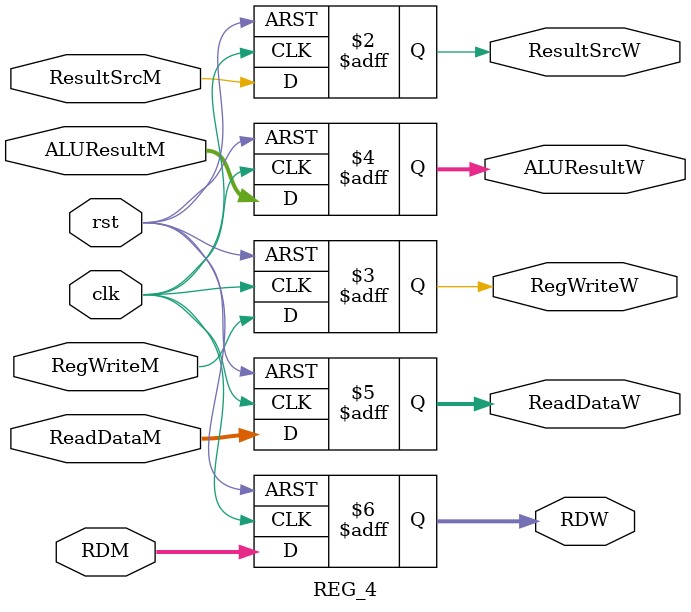
<source format=v>
`timescale 1ns / 1ps

module REG_4(
    input clk,rst,
    input ResultSrcM, RegWriteM,
    input [31:0] ALUResultM,
    input [31:0] ReadDataM,
    input [4:0] RDM,
    
    output reg ResultSrcW, RegWriteW,
    output reg [31:0] ALUResultW,
    output reg [31:0] ReadDataW,
    output reg [4:0] RDW
    );
    always @(posedge clk or posedge rst) begin
		if(rst) begin
			ResultSrcW <= 0;
			RegWriteW <= 0;
			ALUResultW <= 0;
			ReadDataW <= 0;
			RDW <= 0;
		end
		else begin
			ResultSrcW <= ResultSrcM;
			RegWriteW <= RegWriteM;
			ALUResultW <= ALUResultM;
			ReadDataW <= ReadDataM;
			RDW <= RDM;
		end
    end
endmodule

</source>
